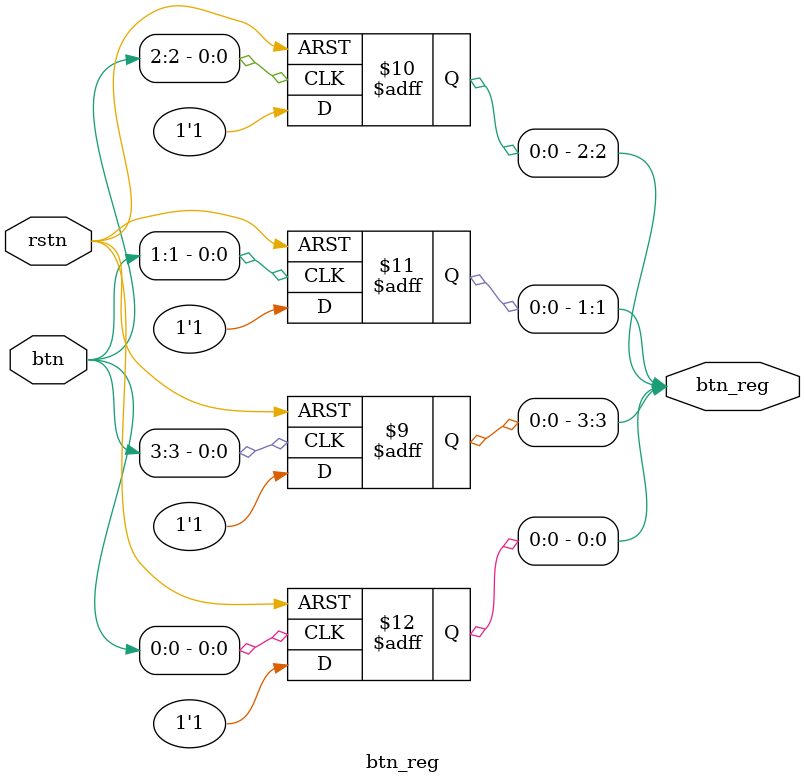
<source format=v>

module btn_reg(
    input wire [3:0] btn,
    input wire rstn,
    output reg [3:0] btn_reg
  );

  genvar i;
  generate
    for(i=0; i<4; i=i+1)
      begin
        always @(posedge btn[i] or negedge rstn)
          begin
            if(!rstn)
              begin
                btn_reg[i] <= 0;
              end
            else
              begin
                btn_reg[i] <= 1;
              end
          end
      end
  endgenerate

endmodule

</source>
